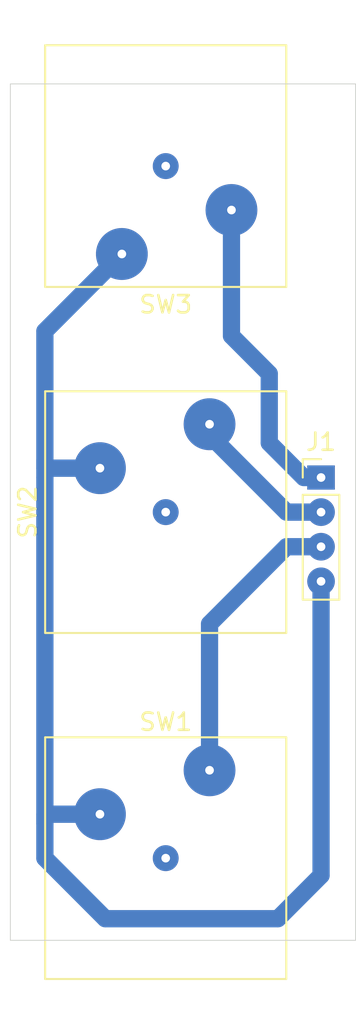
<source format=kicad_pcb>
(kicad_pcb (version 20240108) (generator "pcbnew") (generator_version "8.0")
  (layers (0 "F.Cu" signal) (31 "B.Cu" signal) (34 "B.Paste" user) (35 "F.Paste" user) (36 "B.SilkS" user "B.Silkscreen") (37 "F.SilkS" user "F.Silkscreen") (38 "B.Mask" user) (39 "F.Mask" user) (44 "Edge.Cuts" user))
  (net 0 "")
  (net 1 "Net-(J1-Pin_3)")
  (net 2 "Net-(J1-Pin_1)")
  (net 3 "+3.3V")
  (net 4 "Net-(J1-Pin_2)")
  (footprint "Button_Switch_Keyboard:SW_Cherry_MX_1.00u_Plate" (layer "F.Cu") (at 103.54 76.92)
    (property "Reference" "SW1" (at -2.54 -2.794 0) (layer "F.SilkS"))
    (property "Value" "SW_Push")
    (fp_line (start -9.525 -1.905) (end 4.445 -1.905) (stroke (width 0.12)) (layer "F.SilkS"))
    (fp_line (start -9.525 12.065) (end -9.525 -1.905) (stroke (width 0.12)) (layer "F.SilkS"))
    (fp_line (start 4.445 -1.905) (end 4.445 12.065) (stroke (width 0.12)) (layer "F.SilkS"))
    (fp_line (start 4.445 12.065) (end -9.525 12.065) (stroke (width 0.12)) (layer "F.SilkS"))
    (pad "" np_thru_hole circle (at -2.54 5.08) (size 1.5 1.5) (drill 0.5) (layers "F&B.Cu" "*.Mask"))
    (pad "1" thru_hole circle (at 0 0) (size 3 3) (drill 0.5) (layers "*.Cu" "*.Mask") (net 1 "Net-(J1-Pin_3)"))
    (pad "2" thru_hole circle (at -6.35 2.54) (size 3 3) (drill 0.5) (layers "*.Cu" "*.Mask") (net 3 "+3.3V"))
  )
  (footprint "Connector_PinHeader_2.00mm:PinHeader_1x04_P2.00mm_Vertical" (layer "F.Cu") (at 110 60)
    (property "Reference" "J1" (at 0 -2.06 0) (layer "F.SilkS"))
    (property "Value" "Conn_01x04_Pin" (hide yes))
    (fp_line (start -1.06 -1.06) (end 0 -1.06) (stroke (width 0.12)) (layer "F.SilkS"))
    (fp_line (start -1.06 0) (end -1.06 -1.06) (stroke (width 0.12)) (layer "F.SilkS"))
    (fp_line (start -1.06 1) (end -1.06 7.06) (stroke (width 0.12)) (layer "F.SilkS"))
    (fp_line (start -1.06 1) (end 1.06 1) (stroke (width 0.12)) (layer "F.SilkS"))
    (fp_line (start -1.06 7.06) (end 1.06 7.06) (stroke (width 0.12)) (layer "F.SilkS"))
    (fp_line (start 1.06 1) (end 1.06 7.06) (stroke (width 0.12)) (layer "F.SilkS"))
    (pad "1" thru_hole rect (at 0 0) (size 1.6 1.4) (drill 0.5) (layers "*.Cu" "*.Mask") (net 2 "Net-(J1-Pin_1)"))
    (pad "2" thru_hole oval (at 0 2) (size 1.6 1.6) (drill 0.5) (layers "*.Cu" "*.Mask") (net 4 "Net-(J1-Pin_2)"))
    (pad "3" thru_hole oval (at 0 4) (size 1.6 1.6) (drill 0.5) (layers "*.Cu" "*.Mask") (net 1 "Net-(J1-Pin_3)"))
    (pad "4" thru_hole oval (at 0 6) (size 1.6 1.6) (drill 0.5) (layers "*.Cu" "*.Mask") (net 3 "+3.3V"))
  )
  (footprint "Button_Switch_Keyboard:SW_Cherry_MX_1.00u_Plate" (layer "F.Cu") (at 98.46 47.08 180)
    (property "Reference" "SW3" (at -2.54 -2.92 180) (layer "F.SilkS"))
    (property "Value" "SW_Push")
    (fp_line (start 4.445 12.065) (end -9.525 12.065) (stroke (width 0.12)) (layer "F.SilkS"))
    (fp_line (start 4.445 -1.905) (end 4.445 12.065) (stroke (width 0.12)) (layer "F.SilkS"))
    (fp_line (start -9.525 12.065) (end -9.525 -1.905) (stroke (width 0.12)) (layer "F.SilkS"))
    (fp_line (start -9.525 -1.905) (end 4.445 -1.905) (stroke (width 0.12)) (layer "F.SilkS"))
    (pad "" np_thru_hole circle (at -2.54 5.08 180) (size 1.5 1.5) (drill 0.5) (layers "F&B.Cu" "*.Mask"))
    (pad "1" thru_hole circle (at 0 0 180) (size 3 3) (drill 0.5) (layers "*.Cu" "*.Mask") (net 3 "+3.3V"))
    (pad "2" thru_hole circle (at -6.35 2.54 180) (size 3 3) (drill 0.5) (layers "*.Cu" "*.Mask") (net 2 "Net-(J1-Pin_1)"))
  )
  (footprint "Button_Switch_Keyboard:SW_Cherry_MX_1.00u_Plate" (layer "F.Cu") (at 103.54 56.92)
    (property "Reference" "SW2" (at -10.54 5.08 90) (layer "F.SilkS"))
    (property "Value" "SW_Push")
    (fp_line (start -9.525 -1.905) (end 4.445 -1.905) (stroke (width 0.12)) (layer "F.SilkS"))
    (fp_line (start -9.525 12.065) (end -9.525 -1.905) (stroke (width 0.12)) (layer "F.SilkS"))
    (fp_line (start 4.445 -1.905) (end 4.445 12.065) (stroke (width 0.12)) (layer "F.SilkS"))
    (fp_line (start 4.445 12.065) (end -9.525 12.065) (stroke (width 0.12)) (layer "F.SilkS"))
    (pad "" np_thru_hole circle (at -2.54 5.08) (size 1.5 1.5) (drill 0.5) (layers "F&B.Cu" "*.Mask"))
    (pad "1" thru_hole circle (at 0 0) (size 3 3) (drill 0.5) (layers "*.Cu" "*.Mask") (net 4 "Net-(J1-Pin_2)"))
    (pad "2" thru_hole circle (at -6.35 2.54) (size 3 3) (drill 0.5) (layers "*.Cu" "*.Mask") (net 3 "+3.3V"))
  )
  (gr_rect (start 92 37.25) (end 112 86.75) (stroke (width 0.05)) (fill none) (layer "Edge.Cuts"))
  (segment (start 103.54 68.46) (end 103.54 76.92) (width 1) (layer "B.Cu") (net 1))
  (segment (start 108 64) (end 103.54 68.46) (width 1) (layer "B.Cu") (net 1))
  (segment (start 110 64) (end 108 64) (width 1) (layer "B.Cu") (net 1))
  (segment (start 107 54) (end 107 58) (width 1) (layer "B.Cu") (net 2))
  (segment (start 107 58) (end 109 60) (width 1) (layer "B.Cu") (net 2))
  (segment (start 104.81 44.54) (end 104.81 51.81) (width 1) (layer "B.Cu") (net 2))
  (segment (start 109 60) (end 110 60) (width 1) (layer "B.Cu") (net 2))
  (segment (start 104.81 51.81) (end 107 54) (width 1) (layer "B.Cu") (net 2))
  (segment (start 94 82) (end 94 80) (width 1) (layer "B.Cu") (net 3))
  (segment (start 94 80) (end 94 60) (width 1) (layer "B.Cu") (net 3))
  (segment (start 107.5 85.5) (end 97.5 85.5) (width 1) (layer "B.Cu") (net 3))
  (segment (start 110 83) (end 107.5 85.5) (width 1) (layer "B.Cu") (net 3))
  (segment (start 110 66) (end 110 83) (width 1) (layer "B.Cu") (net 3))
  (segment (start 97.19 59.46) (end 94 59.46) (width 1) (layer "B.Cu") (net 3))
  (segment (start 94 59.46) (end 94 59) (width 1) (layer "B.Cu") (net 3))
  (segment (start 94 60) (end 94 51.54) (width 1) (layer "B.Cu") (net 3))
  (segment (start 97.19 79.46) (end 94 79.46) (width 1) (layer "B.Cu") (net 3))
  (segment (start 97.5 85.5) (end 94 82) (width 1) (layer "B.Cu") (net 3))
  (segment (start 94 51.54) (end 98.46 47.08) (width 1) (layer "B.Cu") (net 3))
  (segment (start 94 79.46) (end 94 80) (width 1) (layer "B.Cu") (net 3))
  (segment (start 103.54 57.54) (end 103.54 56.92) (width 1) (layer "B.Cu") (net 4))
  (segment (start 110 62) (end 108 62) (width 1) (layer "B.Cu") (net 4))
  (segment (start 108 62) (end 103.54 57.54) (width 1) (layer "B.Cu") (net 4))
)
</source>
